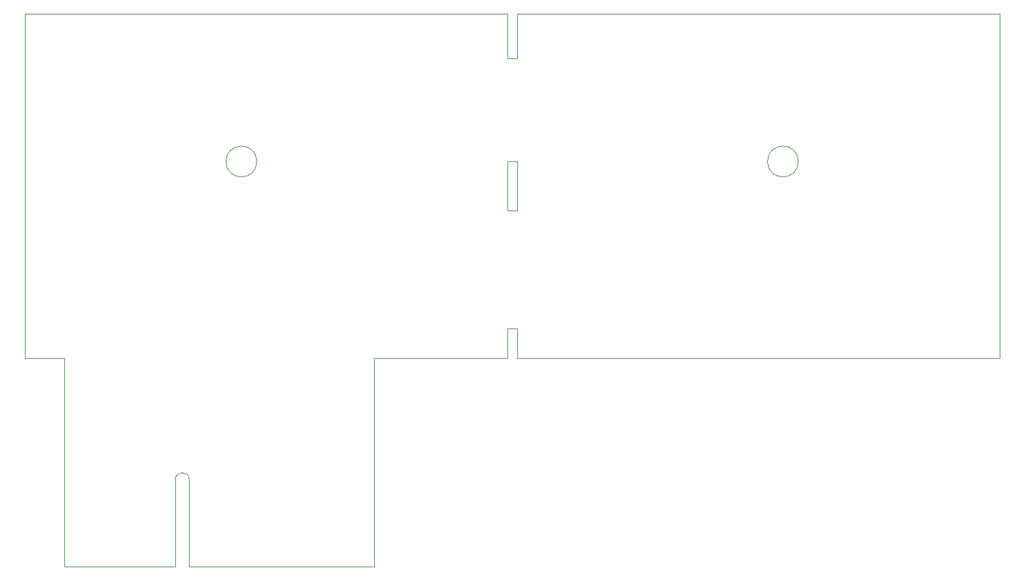
<source format=gm1>
%TF.GenerationSoftware,KiCad,Pcbnew,8.0.3+1*%
%TF.CreationDate,2024-06-17T20:10:22+02:00*%
%TF.ProjectId,MICE_3,4d494345-5f33-42e6-9b69-6361645f7063,0*%
%TF.SameCoordinates,Original*%
%TF.FileFunction,Profile,NP*%
%FSLAX46Y46*%
G04 Gerber Fmt 4.6, Leading zero omitted, Abs format (unit mm)*
G04 Created by KiCad (PCBNEW 8.0.3+1) date 2024-06-17 20:10:22*
%MOMM*%
%LPD*%
G01*
G04 APERTURE LIST*
%TA.AperFunction,Profile*%
%ADD10C,0.100000*%
%TD*%
G04 APERTURE END LIST*
D10*
X106680000Y-106680000D02*
X106680000Y-62230000D01*
X151765000Y-133604000D02*
X127889000Y-133604000D01*
X168910000Y-106680000D02*
X168910000Y-102870000D01*
X168910000Y-67945000D02*
X170180000Y-67945000D01*
X206457864Y-81280000D02*
G75*
G02*
X202482136Y-81280000I-1987864J0D01*
G01*
X202482136Y-81280000D02*
G75*
G02*
X206457864Y-81280000I1987864J0D01*
G01*
X168910000Y-102870000D02*
X170180000Y-102870000D01*
X151765000Y-106680000D02*
X151765000Y-133604000D01*
X170180000Y-106680000D02*
X232410000Y-106680000D01*
X170180000Y-102870000D02*
X170180000Y-106680000D01*
X127889000Y-133604000D02*
X127889000Y-122344500D01*
X151765000Y-106680000D02*
X168910000Y-106680000D01*
X126111000Y-122344500D02*
G75*
G02*
X127889000Y-122344500I889000J0D01*
G01*
X168910000Y-62230000D02*
X168910000Y-67945000D01*
X168910000Y-87630000D02*
X168910000Y-81280000D01*
X111760000Y-133604000D02*
X111760000Y-106680000D01*
X232410000Y-62230000D02*
X170180000Y-62230000D01*
X106680000Y-106680000D02*
X111760000Y-106680000D01*
X232410000Y-62230000D02*
X232410000Y-106680000D01*
X170180000Y-87630000D02*
X168910000Y-87630000D01*
X168910000Y-62230000D02*
X106680000Y-62230000D01*
X126111000Y-133604000D02*
X111760000Y-133604000D01*
X136607864Y-81280000D02*
G75*
G02*
X132632136Y-81280000I-1987864J0D01*
G01*
X132632136Y-81280000D02*
G75*
G02*
X136607864Y-81280000I1987864J0D01*
G01*
X126111000Y-122344500D02*
X126111000Y-133604000D01*
X170180000Y-81280000D02*
X170180000Y-87630000D01*
X170180000Y-67945000D02*
X170180000Y-62230000D01*
X168910000Y-81280000D02*
X170180000Y-81280000D01*
M02*

</source>
